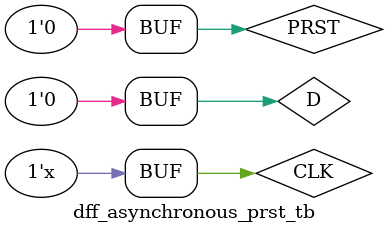
<source format=v>
module dff_asynchronous_prst(
    input d,clk,prst,
    output reg q, output qb
);



always @(posedge clk or posedge prst)
begin
    if(prst)
      q<=1;
    else
     begin
        if(clk)
        begin
          q<=d;
        end  
        else
         begin
            q<=q;
        end
    end
end

assign qb=~q;
endmodule

module dff_asynchronous_prst_tb;
wire Q,QB;
reg CLK,D,PRST;

dff_asynchronous_prst dut(
    .d(D), .clk(CLK), .prst(PRST),
      .q(Q), .qb(QB)
);
always #5 CLK =~CLK;
initial begin
    CLK=0;D=0;PRST=0;
    $monitor("%t) CLK=%B RST=%B D=%B Q=%B QB=%B",$time,CLK,PRST,D,Q,QB);
     #4 PRST=1;
     #6 PRST=0;
     #5 D=0;
     #10 D=1;
     #10 D=0;
end

endmodule

</source>
